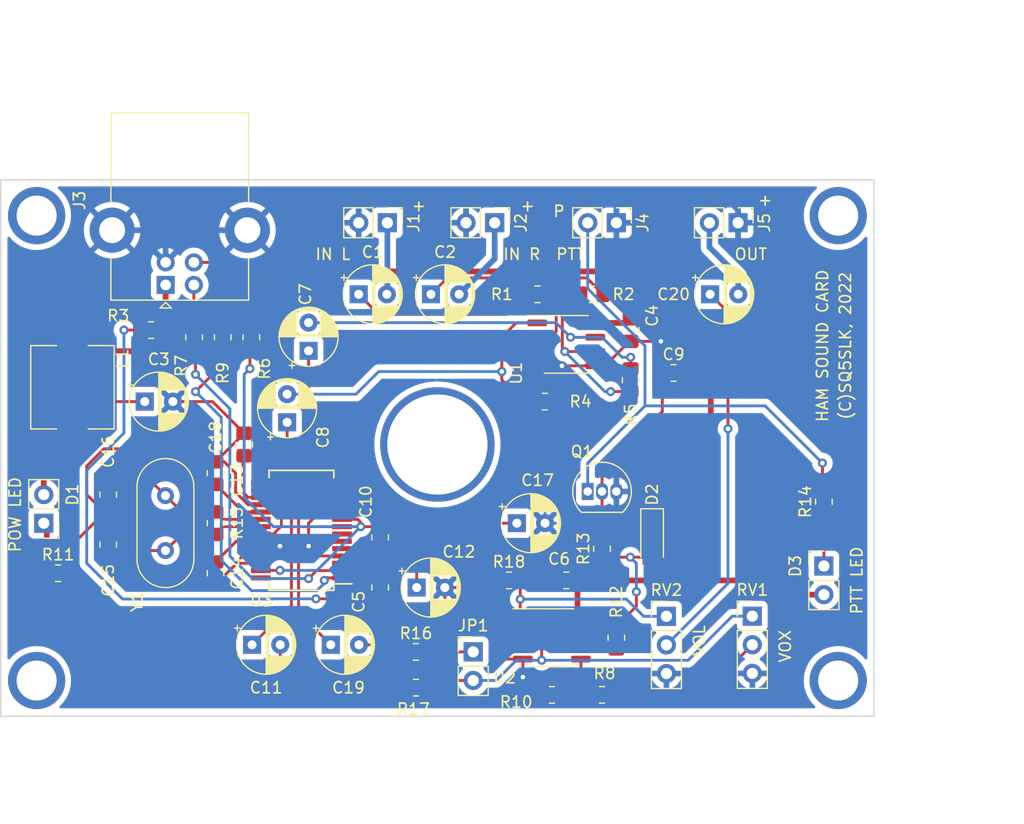
<source format=kicad_pcb>
(kicad_pcb (version 20211014) (generator pcbnew)
  (layers (0 "F.Cu" signal) (31 "B.Cu" signal) (34 "B.Paste" user) (35 "F.Paste" user) (36 "B.SilkS" user "B.Silkscreen") (37 "F.SilkS" user "F.Silkscreen") (38 "B.Mask" user) (39 "F.Mask" user) (44 "Edge.Cuts" user))
  (net 0 "")
  (net 1 "Net-(C1-Pad1)")
  (net 2 "Net-(C1-Pad2)")
  (net 3 "Net-(C2-Pad1)")
  (net 4 "Net-(C2-Pad2)")
  (net 5 "Net-(C3-Pad1)")
  (net 6 "GND")
  (net 7 "Net-(C5-Pad1)")
  (net 8 "Net-(C7-Pad1)")
  (net 9 "Net-(C7-Pad2)")
  (net 10 "Net-(C8-Pad1)")
  (net 11 "Net-(C8-Pad2)")
  (net 12 "Net-(C9-Pad1)")
  (net 13 "Net-(C10-Pad1)")
  (net 14 "Net-(C11-Pad1)")
  (net 15 "Net-(C11-Pad2)")
  (net 16 "Net-(C12-Pad1)")
  (net 17 "Net-(C13-Pad1)")
  (net 18 "Net-(C14-Pad1)")
  (net 19 "Net-(C15-Pad1)")
  (net 20 "Net-(C16-Pad1)")
  (net 21 "Net-(C17-Pad1)")
  (net 22 "Net-(C18-Pad1)")
  (net 23 "Net-(C19-Pad1)")
  (net 24 "Net-(C19-Pad2)")
  (net 25 "Net-(C20-Pad1)")
  (net 26 "Net-(C20-Pad2)")
  (net 27 "Net-(D1-Pad1)")
  (net 28 "Net-(D2-Pad2)")
  (net 29 "Net-(D3-Pad1)")
  (net 30 "Net-(J3-Pad1)")
  (net 31 "Net-(J3-Pad2)")
  (net 32 "Net-(J3-Pad3)")
  (net 33 "Net-(J4-Pad2)")
  (net 34 "Net-(JP1-Pad1)")
  (net 35 "Net-(JP1-Pad2)")
  (net 36 "Net-(R1-Pad2)")
  (net 37 "Net-(R2-Pad2)")
  (net 38 "Net-(R7-Pad2)")
  (net 39 "Net-(R8-Pad1)")
  (net 40 "Net-(R10-Pad2)")
  (net 41 "Net-(R9-Pad2)")
  (net 42 "Net-(R12-Pad2)")
  (net 43 "Net-(R18-Pad2)")
  (footprint "Capacitor_THT:CP_Radial_D5.0mm_P2.50mm" (layer "F.Cu") (at 128.969888 104.775)
    (fp_text reference "C11")
    (fp_text value "10u/16V")
  )
  (footprint "Inductor_SMD:L_7.3x7.3_H4.5" (layer "F.Cu") (at 113.03 81.915 -90)
    (fp_text reference "L1")
    (fp_text value "100uH")
  )
  (footprint "Resistor_SMD:R_0805_2012Metric_Pad1.20x1.40mm_HandSolder" (layer "F.Cu") (at 143.51 105.41)
    (fp_text reference "R16")
    (fp_text value "1k")
  )
  (footprint "Capacitor_THT:CP_Radial_D5.0mm_P2.50mm" (layer "F.Cu") (at 133.985 78.675112 90)
    (fp_text reference "C7")
    (fp_text value "10u/16V")
  )
  (footprint "Resistor_SMD:R_0805_2012Metric_Pad1.20x1.40mm_HandSolder" (layer "F.Cu") (at 116.205 95.885 90)
    (fp_text reference "C15")
    (fp_text value "33p")
  )
  (footprint "Connector_USB:USB_B_Lumberg_2411_02_Horizontal" (layer "F.Cu") (at 121.305 72.8275 90)
    (fp_text reference "J3")
    (fp_text value "USB_B")
  )
  (footprint "Capacitor_THT:CP_Radial_D5.0mm_P2.50mm" (layer "F.Cu") (at 135.954888 104.775)
    (fp_text reference "C19")
    (fp_text value "10u/16V")
  )
  (footprint "Resistor_SMD:R_0805_2012Metric_Pad1.20x1.40mm_HandSolder" (layer "F.Cu") (at 156.845 99.06 180)
    (fp_text reference "C6")
    (fp_text value "100n")
  )
  (footprint "Resistor_SMD:R_0805_2012Metric_Pad1.20x1.40mm_HandSolder" (layer "F.Cu") (at 116.205 91.44 -90)
    (fp_text reference "C16")
    (fp_text value "33p")
  )
  (footprint "Capacitor_THT:CP_Radial_D5.0mm_P2.50mm" (layer "F.Cu") (at 119.444888 83.185)
    (fp_text reference "C3")
    (fp_text value "10u/16V")
  )
  (footprint "Resistor_SMD:R_0805_2012Metric_Pad1.20x1.40mm_HandSolder" (layer "F.Cu") (at 160.02 96.25 90)
    (fp_text reference "R13")
    (fp_text value "1M")
  )
  (footprint "Diode_SMD:D_MiniMELF" (layer "F.Cu") (at 164.465 95.25 -90)
    (fp_text reference "D2")
    (fp_text value "LL4148")
  )
  (footprint "Connector_PinHeader_2.54mm:PinHeader_1x02_P2.54mm_Vertical" (layer "F.Cu") (at 179.705 97.785)
    (fp_text reference "D3")
    (fp_text value "PTT")
  )
  (footprint "Resistor_SMD:R_0805_2012Metric_Pad1.20x1.40mm_HandSolder" (layer "F.Cu") (at 161.29 104.14 -90)
    (fp_text reference "R12")
    (fp_text value "1M")
  )
  (footprint "Resistor_SMD:R_0805_2012Metric_Pad1.20x1.40mm_HandSolder" (layer "F.Cu") (at 155.575 109.22)
    (fp_text reference "R10")
    (fp_text value "10K")
  )
  (footprint "Connector_PinHeader_2.54mm:PinHeader_1x02_P2.54mm_Vertical" (layer "F.Cu") (at 150.495 67.31 -90)
    (fp_text reference "J2")
    (fp_text value "IN_R")
  )
  (footprint "Resistor_SMD:R_0805_2012Metric_Pad1.20x1.40mm_HandSolder" (layer "F.Cu") (at 123.825 77.47 -90)
    (fp_text reference "R7")
    (fp_text value "22")
  )
  (footprint "Resistor_SMD:R_0805_2012Metric_Pad1.20x1.40mm_HandSolder" (layer "F.Cu") (at 111.76 98.425)
    (fp_text reference "R11")
    (fp_text value "330")
  )
  (footprint "Connector_PinHeader_2.54mm:PinHeader_1x02_P2.54mm_Vertical" (layer "F.Cu") (at 148.59 105.405)
    (fp_text reference "JP1")
    (fp_text value "R_EN")
  )
  (footprint "Resistor_SMD:R_0805_2012Metric_Pad1.20x1.40mm_HandSolder" (layer "F.Cu") (at 120.015 76.835 180)
    (fp_text reference "R3")
    (fp_text value "2.2")
  )
  (footprint "Capacitor_THT:CP_Radial_D5.0mm_P2.50mm" (layer "F.Cu") (at 138.43 73.66)
    (fp_text reference "C1")
    (fp_text value "10u/16V")
  )
  (footprint "Resistor_SMD:R_0805_2012Metric_Pad1.20x1.40mm_HandSolder" (layer "F.Cu") (at 140.335 99.695 90)
    (fp_text reference "C5")
    (fp_text value "1u")
  )
  (footprint "Resistor_SMD:R_0805_2012Metric_Pad1.20x1.40mm_HandSolder" (layer "F.Cu") (at 160.02 109.22 180)
    (fp_text reference "R8")
    (fp_text value "470")
  )
  (footprint "Connector_PinHeader_2.54mm:PinHeader_1x02_P2.54mm_Vertical" (layer "F.Cu") (at 140.975 67.31 -90)
    (fp_text reference "J1")
    (fp_text value "IN_L")
  )
  (footprint "Capacitor_THT:CP_Radial_D5.0mm_P2.50mm" (layer "F.Cu") (at 143.574888 99.695)
    (fp_text reference "C12")
    (fp_text value "10u/16V")
  )
  (footprint "Package_SO:SO-8_3.9x4.9mm_P1.27mm" (layer "F.Cu") (at 156.845 78.105)
    (fp_text reference "U1")
    (fp_text value "LM358")
  )
  (footprint "Resistor_SMD:R_0805_2012Metric_Pad1.20x1.40mm_HandSolder" (layer "F.Cu") (at 140.335 95.25 -90)
    (fp_text reference "C10")
    (fp_text value "1u")
  )
  (footprint "Resistor_SMD:R_0805_2012Metric_Pad1.20x1.40mm_HandSolder" (layer "F.Cu") (at 154.94 83.185 180)
    (fp_text reference "R4")
    (fp_text value "10k")
  )
  (footprint "Capacitor_THT:CP_Radial_D5.0mm_P2.50mm" (layer "F.Cu") (at 169.609888 73.66)
    (fp_text reference "C20")
    (fp_text value "10u/16V")
  )
  (footprint "Package_TO_SOT_THT:TO-92_Inline" (layer "F.Cu") (at 158.75 91.165)
    (fp_text reference "Q1")
    (fp_text value "BS170")
  )
  (footprint "Resistor_SMD:R_0805_2012Metric_Pad1.20x1.40mm_HandSolder" (layer "F.Cu") (at 128.905 77.47 90)
    (fp_text reference "R6")
    (fp_text value "1.5k")
  )
  (footprint "Connector_PinHeader_2.54mm:PinHeader_1x03_P2.54mm_Vertical" (layer "F.Cu") (at 173.355 102.235)
    (fp_text reference "RV1")
    (fp_text value "10k")
  )
  (footprint "Resistor_SMD:R_0805_2012Metric_Pad1.20x1.40mm_HandSolder" (layer "F.Cu") (at 179.705 92.075 90)
    (fp_text reference "R14")
    (fp_text value "330")
  )
  (footprint "Connector_PinHeader_2.54mm:PinHeader_1x02_P2.54mm_Vertical" (layer "F.Cu") (at 110.49 93.985 180)
    (fp_text reference "D1")
    (fp_text value "POWER")
  )
  (footprint "Package_SO:SSOP-28_5.3x10.2mm_P0.65mm" (layer "F.Cu") (at 133.35 94.615 180)
    (fp_text reference "U3")
    (fp_text value "PCM2902")
  )
  (footprint "Capacitor_THT:CP_Radial_D5.0mm_P2.50mm" (layer "F.Cu") (at 132.08 85.025112 90)
    (fp_text reference "C8")
    (fp_text value "10u/16V")
  )
  (footprint "Resistor_SMD:R_0805_2012Metric_Pad1.20x1.40mm_HandSolder" (layer "F.Cu") (at 162.56 76.835 -90)
    (fp_text reference "C4")
    (fp_text value "100n")
  )
  (footprint "Resistor_SMD:R_0805_2012Metric_Pad1.20x1.40mm_HandSolder" (layer "F.Cu") (at 128.27 86.995 90)
    (fp_text reference "C13")
    (fp_text value "1u")
  )
  (footprint "Resistor_SMD:R_0805_2012Metric_Pad1.20x1.40mm_HandSolder" (layer "F.Cu") (at 125.73 89.535 90)
    (fp_text reference "C18")
    (fp_text value "1u")
  )
  (footprint "Capacitor_THT:CP_Radial_D5.0mm_P2.50mm" (layer "F.Cu") (at 152.464888 93.98)
    (fp_text reference "C17")
    (fp_text value "10u/16V")
  )
  (footprint "Connector_PinHeader_2.54mm:PinHeader_1x02_P2.54mm_Vertical" (layer "F.Cu") (at 161.295 67.31 -90)
    (fp_text reference "J4")
    (fp_text value "PTT")
  )
  (footprint "Resistor_SMD:R_0805_2012Metric_Pad1.20x1.40mm_HandSolder" (layer "F.Cu") (at 166.37 80.645)
    (fp_text reference "C9")
    (fp_text value "100n")
  )
  (footprint "Resistor_SMD:R_0805_2012Metric_Pad1.20x1.40mm_HandSolder" (layer "F.Cu") (at 151.765 99.06)
    (fp_text reference "R18")
    (fp_text value "10k")
  )
  (footprint "Crystal:Crystal_HC49-4H_Vertical" (layer "F.Cu") (at 121.285 91.53 -90)
    (fp_text reference "Y1")
    (fp_text value "12MHz")
  )
  (footprint "Capacitor_THT:CP_Radial_D5.0mm_P2.50mm" (layer "F.Cu") (at 144.844888 73.66)
    (fp_text reference "C2")
    (fp_text value "10u/16V")
  )
  (footprint "Resistor_SMD:R_0805_2012Metric_Pad1.20x1.40mm_HandSolder" (layer "F.Cu") (at 162.56 81.28 90)
    (fp_text reference "R5")
    (fp_text value "10k")
  )
  (footprint "Resistor_SMD:R_0805_2012Metric_Pad1.20x1.40mm_HandSolder" (layer "F.Cu") (at 143.51 108.585)
    (fp_text reference "R17")
    (fp_text value "1k")
  )
  (footprint "Package_SO:SO-8_3.9x4.9mm_P1.27mm" (layer "F.Cu") (at 155.575 104.14)
    (fp_text reference "U2")
    (fp_text value "LM358")
  )
  (footprint "Connector_PinHeader_2.54mm:PinHeader_1x02_P2.54mm_Vertical" (layer "F.Cu") (at 172.09 67.31 -90)
    (fp_text reference "J5")
    (fp_text value "OUT")
  )
  (footprint "Resistor_SMD:R_0805_2012Metric_Pad1.20x1.40mm_HandSolder" (layer "F.Cu") (at 154.305 73.66)
    (fp_text reference "R1")
    (fp_text value "1k")
  )
  (footprint "Resistor_SMD:R_0805_2012Metric_Pad1.20x1.40mm_HandSolder" (layer "F.Cu") (at 159.115 73.66 180)
    (fp_text reference "R2")
    (fp_text value "1k")
  )
  (footprint "Resistor_SMD:R_0805_2012Metric_Pad1.20x1.40mm_HandSolder" (layer "F.Cu") (at 125.73 98.425 -90)
    (fp_text reference "C14")
    (fp_text value "1u")
  )
  (footprint "Resistor_SMD:R_0805_2012Metric_Pad1.20x1.40mm_HandSolder" (layer "F.Cu") (at 125.73 93.98 90)
    (fp_text reference "R15")
    (fp_text value "1M")
  )
  (footprint "Connector_PinHeader_2.54mm:PinHeader_1x03_P2.54mm_Vertical" (layer "F.Cu") (at 165.735 102.25)
    (fp_text reference "RV2")
    (fp_text value "10k")
  )
  (footprint "Resistor_SMD:R_0805_2012Metric_Pad1.20x1.40mm_HandSolder" (layer "F.Cu") (at 126.365 77.47 -90)
    (fp_text reference "R9")
    (fp_text value "22")
  )
  (gr_line (start 106.68 111.125) (end 106.68 63.5) (layer "Edge.Cuts") (width 0.1))
  (gr_line (start 184.15 63.5) (end 184.15 111.125) (layer "Edge.Cuts") (width 0.1))
  (gr_line (start 184.15 111.125) (end 106.68 111.125) (layer "Edge.Cuts") (width 0.1))
  (gr_line (start 106.68 63.5) (end 184.15 63.5) (layer "Edge.Cuts") (width 0.1))
  (gr_text "VOX" (at 176.276 104.902 90) (layer "F.SilkS") (effects (font (size 1 1))))
  (gr_text "IN R" (at 152.908 70.104) (layer "F.SilkS") (effects (font (size 1 1))))
  (gr_text "+" (at 153.416 65.786) (layer "F.SilkS") (effects (font (size 1 1))))
  (gr_text "PTT LED" (at 182.626 99.06 90) (layer "F.SilkS") (effects (font (size 1 1))))
  (gr_text "PTT" (at 157.226 70.104) (layer "F.SilkS") (effects (font (size 1 1))))
  (gr_text "HAM SOUND CARD" (at 179.578 78.232 90) (layer "F.SilkS") (effects (font (size 1 1))))
  (gr_text "IN L" (at 136.144 70.104) (layer "F.SilkS") (effects (font (size 1 1))))
  (gr_text "(C)SQ5SLK, 2022" (at 181.61 78.232 90) (layer "F.SilkS") (effects (font (size 1 1))))
  (gr_text "+" (at 143.764 65.786) (layer "F.SilkS") (effects (font (size 1 1))))
  (gr_text "+" (at 174.498 65.278) (layer "F.SilkS") (effects (font (size 1 1))))
  (gr_text "VOL" (at 168.656 104.394 90) (layer "F.SilkS") (effects (font (size 1 1))))
  (gr_text "OUT" (at 173.228 70.104) (layer "F.SilkS") (effects (font (size 1 1))))
  (gr_text "POW LED" (at 107.95 93.218 90) (layer "F.SilkS") (effects (font (size 1 1))))
  (gr_text "P" (at 156.21 66.294) (layer "F.SilkS") (effects (font (size 1 1))))
  (via (at 180.975 66.675) (size 5.08) (drill 3.556) (layers "F.Cu" "B.Cu") (net 0))
  (via (at 109.855 66.675) (size 5.08) (drill 3.556) (layers "F.Cu" "B.Cu") (net 0))
  (via (at 180.975 107.95) (size 5.08) (drill 3.556) (layers "F.Cu" "B.Cu") (net 0))
  (via (at 145.415 86.995) (size 10.16) (drill 8.89) (layers "F.Cu" "B.Cu") (net 0))
  (via (at 109.855 107.95) (size 5.08) (drill 3.556) (layers "F.Cu" "B.Cu") (net 0))
  (segment (start 138.43 73.66) (end 140.208 75.438) (width 0.254) (layer "F.Cu") (net 1))
  (segment (start 140.208 75.438) (end 151.527 75.438) (width 0.254) (layer "F.Cu") (net 1))
  (segment (start 151.527 75.438) (end 153.305 73.66) (width 0.254) (layer "F.Cu") (net 1))
  (segment (start 140.975 73.615) (end 140.93 73.66) (width 0.508) (layer "B.Cu") (net 2))
  (segment (start 140.975 67.31) (end 140.975 73.615) (width 0.508) (layer "B.Cu") (net 2))
  (segment (start 146.295888 72.209) (end 144.844888 73.66) (width 0.254) (layer "F.Cu") (net 3))
  (segment (start 158.664 72.209) (end 146.295888 72.209) (width 0.254) (layer "F.Cu") (net 3))
  (segment (start 160.115 73.66) (end 158.664 72.209) (width 0.254) (layer "F.Cu") (net 3))
  (segment (start 150.495 70.509888) (end 147.344888 73.66) (width 0.508) (layer "B.Cu") (net 4))
  (segment (start 150.495 67.31) (end 150.495 70.509888) (width 0.508) (layer "B.Cu") (net 4))
  (segment (start 114.808 72.136) (end 117.094 72.136) (width 0.508) (layer "F.Cu") (net 5))
  (segment (start 162.56 72.898) (end 162.56 75.835) (width 0.508) (layer "F.Cu") (net 5))
  (segment (start 110.49 87.655) (end 113.03 85.115) (width 0.508) (layer "F.Cu") (net 5))
  (segment (start 177.033 100.325) (end 179.705 100.325) (width 0.508) (layer "F.Cu") (net 5))
  (segment (start 110.49 91.445) (end 110.49 87.655) (width 0.508) (layer "F.Cu") (net 5))
  (segment (start 117.094 72.136) (end 120.396 68.834) (width 0.508) (layer "F.Cu") (net 5))
  (segment (start 110.236 82.321) (end 110.236 76.708) (width 0.508) (layer "F.Cu") (net 5))
  (segment (start 127.762 71.628) (end 161.29 71.628) (width 0.508) (layer "F.Cu") (net 5))
  (segment (start 161.29 71.628) (end 162.56 72.898) (width 0.508) (layer "F.Cu") (net 5))
  (segment (start 113.03 85.115) (end 110.236 82.321) (width 0.508) (layer "F.Cu") (net 5))
  (segment (start 110.236 76.708) (end 114.808 72.136) (width 0.508) (layer "F.Cu") (net 5))
  (segment (start 114.96 83.185) (end 113.03 85.115) (width 0.254) (layer "F.Cu") (net 5))
  (segment (start 120.396 68.834) (end 124.968 68.834) (width 0.508) (layer "F.Cu") (net 5))
  (segment (start 157.845 99.06) (end 157.845 101.93) (width 0.508) (layer "F.Cu") (net 5))
  (segment (start 169.672 78.232) (end 169.672 99.06) (width 0.508) (layer "F.Cu") (net 5))
  (segment (start 167.275 75.835) (end 169.672 78.232) (width 0.508) (layer "F.Cu") (net 5))
  (segment (start 159.42 76.2) (end 162.195 76.2) (width 0.508) (layer "F.Cu") (net 5))
  (segment (start 175.768 99.06) (end 177.033 100.325) (width 0.508) (layer "F.Cu") (net 5))
  (segment (start 119.444888 83.185) (end 114.96 83.185) (width 0.254) (layer "F.Cu") (net 5))
  (segment (start 169.672 99.06) (end 175.768 99.06) (width 0.508) (layer "F.Cu") (net 5))
  (segment (start 162.56 75.835) (end 167.275 75.835) (width 0.508) (layer "F.Cu") (net 5))
  (segment (start 169.672 99.06) (end 157.845 99.06) (width 0.508) (layer "F.Cu") (net 5))
  (segment (start 162.195 76.2) (end 162.56 75.835) (width 0.508) (layer "F.Cu") (net 5))
  (segment (start 157.845 101.93) (end 158.15 102.235) (width 0.508) (layer "F.Cu") (net 5))
  (segment (start 124.968 68.834) (end 127.762 71.628) (width 0.508) (layer "F.Cu") (net 5))
  (segment (start 151.384 104.902) (end 151.511 104.775) (width 0.254) (layer "F.Cu") (net 6))
  (segment (start 154.575 109.22) (end 153 107.645) (width 0.254) (layer "F.Cu") (net 6))
  (segment (start 146.074888 99.695) (end 147.701 99.695) (width 0.254) (layer "F.Cu") (net 6))
  (segment (start 136.95 92.34) (end 135.625 92.34) (width 0.254) (layer "F.Cu") (net 6))
  (segment (start 127.615 97.54) (end 125.73 99.425) (width 0.254) (layer "F.Cu") (net 6))
  (segment (start 139.684 96.901) (end 140.335 96.25) (width 0.254) (layer "F.Cu") (net 6))
  (segment (start 131.217 96.24) (end 129.75 96.24) (width 0.254) (layer "F.Cu") (net 6))
  (segment (start 133.985 96.012) (end 134.863 96.89) (width 0.254) (layer "F.Cu") (net 6))
  (segment (start 125.46 83.185) (end 128.27 85.995) (width 0.254) (layer "F.Cu") (net 6))
  (segment (start 154.964888 93.98) (end 152.424888 96.52) (width 0.254) (layer "F.Cu") (net 6))
  (segment (start 127.508 91.227) (end 127.508 89.535) (width 0.254) (layer "F.Cu") (net 6))
  (segment (start 134.863 96.89) (end 136.95 96.89) (width 0.254) (layer "F.Cu") (net 6))
  (segment (start 141.986 101.346) (end 142.494 101.854) (width 0.254) (layer "F.Cu") (net 6))
  (segment (start 152.146 78.994) (end 152.4 78.74) (width 0.254) (layer "F.Cu") (net 6))
  (segment (start 129.75 97.54) (end 127.615 97.54) (width 0.254) (layer "F.Cu") (net 6))
  (segment (start 128.804 96.24) (end 127.615 97.429) (width 0.254) (layer "F.Cu") (net 6))
  (segment (start 154.964888 99.06) (end 152.424888 96.52) (width 0.254) (layer "F.Cu") (net 6))
  (segment (start 151.13 105.664) (end 151.13 105.156) (width 0.254) (layer "F.Cu") (net 6))
  (segment (start 126.508 88.535) (end 125.73 88.535) (width 0.254) (layer "F.Cu") (net 6))
  (segment (start 147.701 99.695) (end 151.384 103.378) (width 0.254) (layer "F.Cu") (net 6))
  (segment (start 141.986 99.314) (end 141.986 101.346) (width 0.254) (layer "F.Cu") (net 6))
  (segment (start 116.205 92.44) (end 115.3 92.44) (width 0.254) (layer "F.Cu") (net 6))
  (segment (start 130.9995 95.0605) (end 131.445 95.506) (width 0.254) (layer "F.Cu") (net 6))
  (segment (start 131.572 94.234) (end 131.572 92.71) (width 0.254) (layer "F.Cu") (net 6))
  (segment (start 130.9995 94.8065) (end 131.572 94.234) (width 0.254) (layer "F.Cu") (net 6))
  (segment (start 129.75 96.24) (end 128.804 96.24) (width 0.254) (layer "F.Cu") (net 6))
  (segment (start 133.985 93.98) (end 133.985 96.012) (width 0.254) (layer "F.Cu") (net 6))
  (segment (start 140.335 98.695) (end 141.367 98.695) (width 0.254) (layer "F.Cu") (net 6))
  (segment (start 135.625 92.34) (end 133.985 93.98) (width 0.254) (layer "F.Cu") (net 6))
  (segment (start 130.9995 95.0605) (end 130.9995 94.8065) (width 0.254) (layer "F.Cu") (net 6))
  (segment (start 116.205 92.44) (end 116.205 93.726) (width 0.254) (layer "F.Cu") (net 6))
  (segment (start 127.508 89.535) (end 126.508 88.535) (width 0.254) (layer "F.Cu") (net 6))
  (segment (start 128.621 92.34) (end 127.508 91.227) (width 0.254) (layer "F.Cu") (net 6))
  (segment (start 151.511 106.045) (end 151.13 105.664) (width 0.254) (layer "F.Cu") (net 6))
  (segment (start 121.944888 83.185) (end 125.46 83.185) (width 0.254) (layer "F.Cu") (net 6))
  (segment (start 162.56 77.835) (end 162.449 77.835) (width 0.254) (layer "F.Cu") (net 6))
  (segment (start 114.3 91.44) (end 114.3 88.9) (width 0.254) (layer "F.Cu") (net 6))
  (segment (start 162.449 77.835) (end 160.274 80.01) (width 0.254) (layer "F.Cu") (net 6))
  (segment (start 115.189 93.726) (end 116.205 93.726) (width 0.254) (layer "F.Cu") (net 6))
  (segment (start 151.511 104.775) (end 153 104.775) (width 0.254) (layer "F.Cu") (net 6))
  (segment (start 146.074888 101.829112) (end 146.074888 99.695) (width 0.254) (layer "F.Cu") (net 6))
  (segment (start 151.13 105.156) (end 151.384 104.902) (width 0.254) (layer "F.Cu") (net 6))
  (segment (start 128.27 85.995) (end 125.73 88.535) (width 0.254) (layer "F.Cu") (net 6))
  (segment (start 153 106.045) (end 151.511 106.045) (width 0.254) (layer "F.Cu") (net 6))
  (segment (start 114.3 88.9) (end 115.824 87.376) (width 0.254) (layer "F.Cu") (net 6))
  (segment (start 160.274 80.01) (end 159.42 80.01) (width 0.254) (layer "F.Cu") (net 6))
  (segment (start 131.202 92.34) (end 129.75 92.34) (width 0.254) (layer "F.Cu") (net 6))
  (segment (start 138.049 96.901) (end 139.684 96.901) (width 0.254) (layer "F.Cu") (net 6))
  (segment (start 167.37 79.74) (end 167.37 80.645) (width 0.254) (layer "F.Cu") (net 6))
  (segment (start 112.76 98.425) (end 112.76 96.155) (width 0.254) (layer "F.Cu") (net 6))
  (segment (start 155.845 99.06) (end 154.964888 99.06) (width 0.254) (layer "F.Cu") (net 6))
  (segment (start 124.571 87.376) (end 125.73 88.535) (width 0.254) (layer "F.Cu") (net 6))
  (segment (start 156.464 80.01) (end 154.27 80.01) (width 0.254) (layer "F.Cu") (net 6))
  (segment (start 115.824 87.376) (end 124.571 87.376) (width 0.254) (layer "F.Cu") (net 6))
  (segment (start 162.56 77.835) (end 165.243 77.835) (width 0.254) (layer "F.Cu") (net 6))
  (segment (start 142.494 101.854) (end 146.05 101.854) (width 0.254) (layer "F.Cu") (net 6))
  (segment (start 152.4 78.74) (end 154.27 78.74) (width 0.254) (layer "F.Cu") (net 6))
  (segment (start 129.75 92.34) (end 128.621 92.34) (width 0.254) (layer "F.Cu") (net 6))
  (segment (start 152.654 80.01) (end 152.146 79.502) (width 0.254) (layer "F.Cu") (net 6))
  (segment (start 152.146 79.502) (end 152.146 78.994) (width 0.254) (layer "F.Cu") (net 6))
  (segment (start 140.335 98.695) (end 140.335 96.25) (width 0.254) (layer "F.Cu") (net 6))
  (segment (start 165.243 77.835) (end 165.465 77.835) (width 0.254) (layer "F.Cu") (net 6))
  (segment (start 159.42 80.01) (end 156.464 80.01) (width 0.254) (layer "F.Cu") (net 6))
  (segment (start 127.615 97.429) (end 127.615 97.54) (width 0.254) (layer "F.Cu") (net 6))
  (segment (start 151.384 103.378) (end 151.384 104.902) (width 0.254) (layer "F.Cu") (net 6))
  (segment (start 131.445 95.506) (end 131.445 96.012) (width 0.254) (layer "F.Cu") (net 6))
  (segment (start 146.05 101.854) (end 146.074888 101.829112) (width 0.254) (layer "F.Cu") (net 6))
  (segment (start 129.75 94.94) (end 130.879 94.94) (width 0.254) (layer "F.Cu") (net 6))
  (segment (start 153 107.645) (end 153 106.045) (width 0.254) (layer "F.Cu") (net 6))
  (segment (start 116.205 93.726) (end 116.205 94.885) (width 0.254) (layer "F.Cu") (net 6))
  (segment (start 149.249888 96.52) (end 146.074888 99.695) (width 0.254) (layer "F.Cu") (net 6))
  (segment (start 141.367 98.695) (end 141.986 99.314) (width 0.254) (layer "F.Cu") (net 6))
  (segment (start 112.76 96.155) (end 115.189 93.726) (width 0.254) (layer "F.Cu") (net 6))
  (segment (start 152.424888 96.52) (end 149.249888 96.52) (width 0.254) (layer "F.Cu") (net 6))
  (segment (start 165.465 77.835) (end 167.37 79.74) (width 0.254) (layer "F.Cu") (net 6))
  (segment (start 131.572 92.71) (end 131.202 92.34) (width 0.254) (layer "F.Cu") (net 6))
  (segment (start 130.879 94.94) (end 130.9995 95.0605) (width 0.254) (layer "F.Cu") (net 6))
  (segment (start 115.3 92.44) (end 114.3 91.44) (width 0.254) (layer "F.Cu") (net 6))
  (segment (start 154.27 80.01) (end 152.654 80.01) (width 0.254) (layer "F.Cu") (net 6))
  (segment (start 131.445 96.012) (end 131.217 96.24) (width 0.254) (layer "F.Cu") (net 6))
  (segment (start 138.038 96.89) (end 138.049 96.901) (width 0.254) (layer "F.Cu") (net 6))
  (segment (start 136.95 96.89) (end 138.038 96.89) (width 0.254) (layer "F.Cu") (net 6))
  (via (at 133.985 96.012) (size 0.8) (drill 0.4) (layers "F.Cu" "B.Cu") (net 6))
  (via (at 153 107.645) (size 0.8) (drill 0.4) (layers "F.Cu" "B.Cu") (net 6))
  (via (at 156.464 80.01) (size 0.8) (drill 0.4) (layers "F.Cu" "B.Cu") (net 6))
  (via (at 131.445 96.012) (size 0.8) (drill 0.4) (layers "F.Cu" "B.Cu") (net 6))
  (via (at 165.243 77.835) (size 0.8) (drill 0.4) (layers "F.Cu" "B.Cu") (net 6))
  (segment (start 161.295 67.31) (end 161.295 65.283) (width 0.508) (layer "B.Cu") (net 6))
  (segment (start 121.305 68.01) (end 121.2625 67.9675) (width 0.508) (layer "B.Cu") (net 6))
  (segment (start 121.305 70.8275) (end 121.305 68.01) (width 0.508) (layer "B.Cu") (net 6))
  (segment (start 153.315 107.33) (end 153 107.645) (width 0.254) (layer "B.Cu") (net 6))
  (segment (start 156.464 80.01) (end 154.964888 81.509112) (width 0.254) (layer "B.Cu") (net 6))
  (segment (start 161.29 91.165) (end 161.29 92.71) (width 0.254) (layer "B.Cu") (net 6))
  (segment (start 148.082 65.024) (end 138.684 65.024) (width 0.508) (layer "B.Cu") (net 6))
  (segment (start 138.435 65.273) (end 138.684 65.024) (width 0.508) (layer "B.Cu") (net 6))
  (segment (start 116.555 67.9675) (end 121.2625 67.9675) (width 0.508) (layer "B.Cu") (net 6))
  (segment (start 161.29 92.71) (end 160.02 93.98) (width 0.254) (layer "B.Cu") (net 6))
  (segment (start 172.09 67.31) (end 172.09 66.172) (width 0.508) (layer "B.Cu") (net 6))
  (segment (start 165.75 107.315) (end 165.735 107.33) (width 0.254) (layer "B.Cu") (net 6))
  (segment (start 161.295 67.31) (end 161.295 71.633) (width 0.508) (layer "B.Cu") (net 6))
  (segment (start 170.942 65.024) (end 161.036 65.024) (width 0.508) (layer "B.Cu") (net 6))
  (segment (start 147.955 65.151) (end 148.082 65.024) (width 0.508) (layer "B.Cu") (net 6))
  (segment (start 138.684 65.024) (end 131.4985 65.024) (width 0.508) (layer "B.Cu") (net 6))
  (segment (start 172.09 66.172) (end 170.942 65.024) (width 0.508) (layer "B.Cu") (net 6))
  (segment (start 138.435 67.31) (end 138.435 65.273) (width 0.508) (layer "B.Cu") (net 6))
  (segment (start 131.4985 65.024) (end 128.555 67.9675) (width 0.508) (layer "B.Cu") (net 6))
  (segment (start 161.036 65.024) (end 148.082 65.024) (width 0.508) (layer "B.Cu") (net 6))
  (segment (start 165.243 75.581) (end 165.243 77.835) (width 0.508) (layer "B.Cu") (net 6))
  (segment (start 173.355 107.315) (end 165.75 107.315) (width 0.254) (layer "B.Cu") (net 6))
  (segment (start 121.2625 67.9675) (end 128.555 67.9675) (width 0.508) (layer "B.Cu") (net 6))
  (segment (start 161.295 65.283) (end 161.036 65.024) (width 0.508) (layer "B.Cu") (net 6))
  (segment (start 160.02 93.98) (end 154.964888 93.98) (width 0.254) (layer "B.Cu") (net 6))
  (segment (start 161.295 71.633) (end 165.243 75.581) (width 0.508) (layer "B.Cu") (net 6))
  (segment (start 131.445 96.012) (end 133.985 96.012) (width 0.254) (layer "B.Cu") (net 6))
  (segment (start 165.735 107.33) (end 153.315 107.33) (width 0.254) (layer "B.Cu") (net 6))
  (segment (start 147.955 67.31) (end 147.955 65.151) (width 0.508) (layer "B.Cu") (net 6))
  (segment (start 154.964888 81.509112) (end 154.964888 93.98) (width 0.254) (layer "B.Cu") (net 6))
  (segment (start 140.335 100.695) (end 134.636 100.695) (width 0.254) (layer "F.Cu") (net 7))
  (segment (start 117.602 76.835) (end 119.015 76.835) (width 0.254) (layer "F.Cu") (net 7))
  (segment (start 139.557 100.695) (end 140.335 100.695) (width 0.254) (layer "F.Cu") (net 7))
  (segment (start 136.95 97.54) (end 138.053 97.54) (width 0.254) (layer "F.Cu") (net 7))
  (segment (start 138.053 97.54) (end 138.938 98.425) (width 0.254) (layer "F.Cu") (net 7))
  (segment (start 138.938 98.425) (end 138.938 100.076) (width 0.254) (layer "F.Cu") (net 7))
  (segment (start 138.938 100.076) (end 139.557 100.695) (width 0.254) (layer "F.Cu") (net 7))
  (via (at 134.636 100.695) (size 0.8) (drill 0.4) (layers "F.Cu" "B.Cu") (net 7))
  (via (at 117.602 76.835) (size 0.8) (drill 0.4) (layers "F.Cu" "B.Cu") (net 7))
  (segment (start 134.636 100.695) (end 130.795888 100.695) (width 0.254) (layer "B.Cu") (net 7))
  (segment (start 117.475 100.711) (end 114.3 97.536) (width 0.254) (layer "B.Cu") (net 7))
  (segment (start 114.3 89.281) (end 117.602 85.979) (width 0.254) (layer "B.Cu") (net 7))
  (segment (start 114.3 97.536) (end 114.3 89.281) (width 0.254) (layer "B.Cu") (net 7))
  (segment (start 117.602 85.979) (end 117.602 76.835) (width 0.254) (layer "B.Cu") (net 7))
  (segment (start 130.779888 100.711) (end 117.475 100.711) (width 0.254) (layer "B.Cu") (net 7))
  (segment (start 130.795888 100.695) (end 130.779888 100.711) (width 0.254) (layer "B.Cu") (net 7))
  (segment (start 136.95 91.04) (end 135.821 91.04) (width 0.254) (layer "F.Cu") (net 8))
  (segment (start 135.821 91.04) (end 133.985 89.204) (width 0.254) (layer "F.Cu") (net 8))
  (segment (start 133.985 89.204) (end 133.985 78.675112) (width 0.254) (layer "F.Cu") (net 8))
  (segment (start 162.56 79.248) (end 162.56 80.28) (width 0.254) (layer "F.Cu") (net 9))
  (segment (start 159.42 77.47) (end 157.226 77.47) (width 0.254) (layer "F.Cu") (net 9))
  (via (at 162.56 79.248) (size 0.8) (drill 0.4) (layers "F.Cu" "B.Cu") (net 9))
  (via (at 157.226 77.47) (size 0.8) (drill 0.4) (layers "F.Cu" "B.Cu") (net 9))
  (segment (start 157.226 77.47) (end 155.931112 76.175112) (width 0.254) (layer "B.Cu") (net 9))
  (segment (start 161.798 79.248) (end 162.56 79.248) (width 0.254) (layer "B.Cu") (net 9))
  (segment (start 155.931112 76.175112) (end 133.985 76.175112) (width 0.254) (layer "B.Cu") (net 9))
  (segment (start 157.226 77.47) (end 160.02 77.47) (width 0.254) (layer "B.Cu") (net 9))
  (segment (start 160.02 77.47) (end 161.798 79.248) (width 0.254) (layer "B.Cu") (net 9))
  (segment (start 132.08 89.154) (end 132.08 85.025112) (width 0.254) (layer "F.Cu") (net 10))
  (segment (start 134.616 91.69) (end 132.08 89.154) (width 0.254) (layer "F.Cu") (net 10))
  (segment (start 136.95 91.69) (end 134.616 91.69) (width 0.254) (layer "F.Cu") (net 10))
  (segment (start 151.13 81.28) (end 153.035 83.185) (width 0.254) (layer "F.Cu") (net 11))
  (segment (start 154.27 76.2) (end 152.4 76.2) (width 0.254) (layer "F.Cu") (net 11))
  (segment (start 152.4 76.2) (end 151.13 77.47) (width 0.254) (layer "F.Cu") (net 11))
  (segment (start 151.13 77.47) (end 151.13 80.518) (width 0.254) (layer "F.Cu") (net 11))
  (segment (start 153.035 83.185) (end 153.94 83.185) (width 0.254) (layer "F.Cu") (net 11))
  (segment (start 151.13 80.518) (end 151.13 81.28) (width 0.254) (layer "F.Cu") (net 11))
  (via (at 151.13 80.518) (size 0.8) (drill 0.4) (layers "F.Cu" "B.Cu") (net 11))
  (segment (start 140.208 80.518) (end 151.13 80.518) (width 0.254) (layer "B.Cu") (net 11))
  (segment (start 138.200888 82.525112) (end 140.208 80.518) (width 0.254) (layer "B.Cu") (net 11))
  (segment (start 132.08 82.525112) (end 138.200888 82.525112) (width 0.254) (layer "B.Cu") (net 11))
  (segment (start 161.77 93.5) (end 164.465 93.5) (width 0.254) (layer "F.Cu") (net 12))
  (segment (start 160.02 95.25) (end 161.77 93.5) (width 0.254) (layer "F.Cu") (net 12))
  (segment (start 160.02 89.408) (end 160.02 91.165) (width 0.254) (layer "F.Cu") (net 12))
  (segment (start 165.37 80.645) (end 165.37 84.058) (width 0.254) (layer "F.Cu") (net 12))
  (segment (start 160.02 91.165) (end 160.02 95.25) (width 0.254) (layer "F.Cu") (net 12))
  (segment (start 165.37 84.058) (end 160.02 89.408) (width 0.254) (layer "F.Cu") (net 12))
  (segment (start 131.445 98.171) (end 129.769 98.171) (width 0.254) (layer "F.Cu") (net 13))
  (segment (start 138.613 93.909) (end 138.613 94.29) (width 0.254) (layer "F.Cu") (net 13))
  (segment (start 138.613 94.29) (end 136.95 94.29) (width 0.254) (layer "F.Cu") (net 13))
  (segment (start 128.778 80.264) (end 128.778 78.597) (width 0.254) (layer "F.Cu") (net 13))
  (segment (start 138.344 93.64) (end 138.613 93.909) (width 0.254) (layer "F.Cu") (net 13))
  (segment (start 136.95 93.64) (end 138.344 93.64) (width 0.254) (layer "F.Cu") (net 13))
  (segment (start 140.335 94.25) (end 140.295 94.29) (width 0.254) (layer "F.Cu") (net 13))
  (segment (start 140.295 94.29) (end 138.613 94.29) (width 0.254) (layer "F.Cu") (net 13))
  (segment (start 129.769 98.171) (end 129.75 98.19) (width 0.254) (layer "F.Cu") (net 13))
  (segment (start 128.778 78.597) (end 128.905 78.47) (width 0.254) (layer "F.Cu") (net 13))
  (via (at 138.613 94.29) (size 0.8) (drill 0.4) (layers "F.Cu" "B.Cu") (net 13))
  (via (at 128.778 80.264) (size 0.8) (drill 0.4) (layers "F.Cu" "B.Cu") (net 13))
  (via (at 131.445 98.171) (size 0.8) (drill 0.4) (layers "F.Cu" "B.Cu") (net 13))
  (segment (start 134.732 98.171) (end 131.445 98.171) (width 0.254) (layer "B.Cu") (net 13))
  (segment (start 128.27 80.772) (end 128.778 80.264) (width 0.254) (layer "B.Cu") (net 13))
  (segment (start 130.866 94.29) (end 128.27 91.694) (width 0.254) (layer "B.Cu") (net 13))
  (segment (start 138.613 94.29) (end 130.866 94.29) (width 0.254) (layer "B.Cu") (net 13))
  (segment (start 138.613 94.29) (end 134.732 98.171) (width 0.254) (layer "B.Cu") (net 13))
  (segment (start 128.27 91.694) (end 128.27 80.772) (width 0.254) (layer "B.Cu") (net 13))
  (segment (start 130.879 91.04) (end 132.461 92.622) (width 0.254) (layer "F.Cu") (net 14))
  (segment (start 129.75 91.04) (end 130.879 91.04) (width 0.254) (layer "F.Cu") (net 14))
  (segment (start 132.461 92.622) (end 132.461 101.283888) (width 0.254) (layer "F.Cu") (net 14))
  (segment (start 132.461 101.283888) (end 128.969888 104.775) (width 0.254) (layer "F.Cu") (net 14))
  (segment (start 133.985 108.585) (end 131.469888 106.069888) (width 0.254) (layer "F.Cu") (net 15))
  (segment (start 142.51 108.585) (end 133.985 108.585) (width 0.254) (layer "F.Cu") (net 15))
  (segment (start 131.469888 106.069888) (end 131.469888 104.775) (width 0.254) (layer "F.Cu") (net 15))
  (segment (start 141.66 92.892) (end 143.574888 94.806888) (width 0.254) (layer "F.Cu") (net 16))
  (segment (start 136.978 92.892) (end 141.66 92.892) (width 0.254) (layer "F.Cu") (net 16))
  (segment (start 136.95 92.92) (end 136.978 92.892) (width 0.254) (layer "F.Cu") (net 16))
  (segment (start 143.574888 94.806888) (end 143.574888 99.695) (width 0.254) (layer "F.Cu") (net 16))
  (segment (start 136.95 92.99) (end 136.95 92.92) (width 0.254) (layer "F.Cu") (net 16))
  (segment (start 129.75 91.69) (end 128.621 91.69) (width 0.254) (layer "F.Cu") (net 17))
  (segment (start 128.143 91.212) (end 128.143 88.122) (width 0.254) (layer "F.Cu") (net 17))
  (segment (start 128.621 91.69) (end 128.143 91.212) (width 0.254) (layer "F.Cu") (net 17))
  (segment (start 128.143 88.122) (end 128.27 87.995) (width 0.254) (layer "F.Cu") (net 17))
  (segment (start 129.75 95.59) (end 127.565 95.59) (width 0.254) (layer "F.Cu") (net 18))
  (segment (start 127.565 95.59) (end 125.73 97.425) (width 0.254) (layer "F.Cu") (net 18))
  (segment (start 126.42 94.29) (end 125.73 94.98) (width 0.254) (layer "F.Cu") (net 19))
  (segment (start 121.285 96.41) (end 116.68 96.41) (width 0.254) (layer "F.Cu") (net 19))
  (segment (start 122.715 94.98) (end 121.285 96.41) (width 0.254) (layer "F.Cu") (net 19))
  (segment (start 129.75 94.29) (end 126.42 94.29) (width 0.254) (layer "F.Cu") (net 19))
  (segment (start 125.73 94.98) (end 122.715 94.98) (width 0.254) (layer "F.Cu") (net 19))
  (segment (start 116.68 96.41) (end 116.205 96.885) (width 0.254) (layer "F.Cu") (net 19))
  (segment (start 121.285 91.53) (end 120.195 90.44) (width 0.254) (layer "F.Cu") (net 20))
  (segment (start 129.75 93.64) (end 126.39 93.64) (width 0.254) (layer "F.Cu") (net 20))
  (segment (start 122.735 92.98) (end 121.285 91.53) (width 0.254) (layer "F.Cu") (net 20))
  (segment (start 126.39 93.64) (end 125.73 92.98) (width 0.254) (layer "F.Cu") (net 20))
  (segment (start 125.73 92.98) (end 122.735 92.98) (width 0.254) (layer "F.Cu") (net 20))
  (segment (start 120.195 90.44) (end 116.205 90.44) (width 0.254) (layer "F.Cu") (net 20))
  (segment (start 136.95 90.39) (end 140.174 90.39) (width 0.254) (layer "F.Cu") (net 21))
  (segment (start 143.764 93.98) (end 152.464888 93.98) (width 0.254) (layer "F.Cu") (net 21))
  (segment (start 140.174 90.39) (end 143.764 93.98) (width 0.254) (layer "F.Cu") (net 21))
  (segment (start 128.185 92.99) (end 125.73 90.535) (width 0.254) (layer "F.Cu") (net 22))
  (segment (start 129.75 92.99) (end 128.185 92.99) (width 0.254) (layer "F.Cu") (net 22))
  (segment (start 133.096 101.916112) (end 135.954888 104.775) (width 0.254) (layer "F.Cu") (net 23))
  (segment (start 131.411 90.39) (end 133.096 92.075) (width 0.254) (layer "F.Cu") (net 23))
  (segment (start 133.096 92.075) (end 133.096 101.916112) (width 0.254) (layer "F.Cu") (net 23))
  (segment (start 129.75 90.39) (end 131.411 90.39) (width 0.254) (layer "F.Cu") (net 23))
  (segment (start 142.51 105.41) (end 141.875 104.775) (width 0.254) (layer "F.Cu") (net 24))
  (segment (start 141.875 104.775) (end 138.454888 104.775) (width 0.254) (layer "F.Cu") (net 24))
  (segment (start 171.196 85.598) (end 171.196 75.246112) (width 0.254) (layer "F.Cu") (net 25))
  (segment (start 171.196 75.246112) (end 169.609888 73.66) (width 0.254) (layer "F.Cu") (net 25))
  (via (at 171.196 85.598) (size 0.8) (drill 0.4) (layers "F.Cu" "B.Cu") (net 25))
  (segment (start 165.735 104.79) (end 168.91 101.615) (width 0.254) (layer "B.Cu") (net 25))
  (segment (start 168.91 101.615) (end 171.196 99.329) (width 0.254) (layer "B.Cu") (net 25))
  (segment (start 171.196 99.329) (end 171.196 85.598) (width 0.254) (layer "B.Cu") (net 25))
  (segment (start 169.55 67.31) (end 169.55 69.474) (width 0.508) (layer "B.Cu") (net 26))
  (segment (start 169.55 69.474) (end 172.109888 72.033888) (width 0.508) (layer "B.Cu") (net 26))
  (segment (start 172.109888 72.033888) (end 172.109888 73.66) (width 0.508) (layer "B.Cu") (net 26))
  (segment (start 110.76 98.425) (end 110.76 94.255) (width 0.508) (layer "F.Cu") (net 27))
  (segment (start 110.76 94.255) (end 110.49 93.985) (width 0.508) (layer "F.Cu") (net 27))
  (segment (start 163.068 101.362) (end 161.29 103.14) (width 0.254) (layer "F.Cu") (net 28))
  (segment (start 163.068 100.076) (end 163.068 101.362) (width 0.254) (layer "F.Cu") (net 28))
  (segment (start 160.925 103.505) (end 161.29 103.14) (width 0.254) (layer "F.Cu") (net 28))
  (segment (start 164.465 97) (end 160.27 97) (width 0.254) (layer "F.Cu") (net 28))
  (segment (start 158.15 103.505) (end 160.925 103.505) (width 0.254) (layer "F.Cu") (net 28))
  (segment (start 160.27 97) (end 160.02 97.25) (width 0.254) (layer "F.Cu") (net 28))
  (via (at 163.068 100.076) (size 0.8) (drill 0.4) (layers "F.Cu" "B.Cu") (net 28))
  (via (at 162.532 97) (size 0.8) (drill 0.4) (layers "F.Cu" "B.Cu") (net 28))
  (segment (start 162.532 97) (end 163.068 97.536) (width 0.254) (layer "B.Cu") (net 28))
  (segment (start 163.068 97.536) (end 163.068 100.076) (width 0.254) (layer "B.Cu") (net 28))
  (segment (start 179.705 93.075) (end 179.705 97.785) (width 0.254) (layer "F.Cu") (net 29))
  (segment (start 121.015 77.994) (end 121.015 76.835) (width 0.508) (layer "F.Cu") (net 30))
  (segment (start 121.305 76.545) (end 121.015 76.835) (width 0.508) (layer "F.Cu") (net 30))
  (segment (start 113.03 78.715) (end 120.294 78.715) (width 0.508) (layer "F.Cu") (net 30))
  (segment (start 121.305 72.8275) (end 121.305 76.545) (width 0.508) (layer "F.Cu") (net 30))
  (segment (start 120.294 78.715) (end 121.015 77.994) (width 0.508) (layer "F.Cu") (net 30))
  (segment (start 123.805 72.8275) (end 123.805 76.45) (width 0.254) (layer "F.Cu") (net 31))
  (segment (start 123.805 76.45) (end 123.825 76.47) (width 0.254) (layer "F.Cu") (net 31))
  (segment (start 126.365 71.882) (end 126.365 76.47) (width 0.254) (layer "F.Cu") (net 32))
  (segment (start 123.805 70.8275) (end 125.3105 70.8275) (width 0.254) (layer "F.Cu") (net 32))
  (segment (start 128.905 76.47) (end 126.365 76.47) (width 0.254) (layer "F.Cu") (net 32))
  (segment (start 125.3105 70.8275) (end 126.365 71.882) (width 0.254) (layer "F.Cu") (net 32))
  (segment (start 179.578 90.948) (end 179.705 91.075) (width 0.254) (layer "F.Cu") (net 33))
  (segment (start 179.578 88.646) (end 179.578 90.948) (width 0.254) (layer "F.Cu") (net 33))
  (via (at 179.578 88.646) (size 0.8) (drill 0.4) (layers "F.Cu" "B.Cu") (net 33))
  (segment (start 174.498 83.566) (end 179.578 88.646) (width 0.254) (layer "B.Cu") (net 33))
  (segment (start 163.83 83.566) (end 174.498 83.566) (width 0.254) (layer "B.Cu") (net 33))
  (segment (start 163.83 83.566) (end 158.75 88.646) (width 0.254) (layer "B.Cu") (net 33))
  (segment (start 158.755 67.31) (end 158.755 73.157) (width 0.254) (layer "B.Cu") (net 33))
  (segment (start 158.75 88.646) (end 158.75 91.165) (width 0.254) (layer "B.Cu") (net 33))
  (segment (start 163.83 78.232) (end 163.83 83.566) (width 0.254) (layer "B.Cu") (net 33))
  (segment (start 158.755 73.157) (end 163.83 78.232) (width 0.254) (layer "B.Cu") (net 33))
  (segment (start 148.59 105.405) (end 144.515 105.405) (width 0.254) (layer "F.Cu") (net 34))
  (segment (start 144.515 105.405) (end 144.51 105.41) (width 0.254) (layer "F.Cu") (net 34))
  (segment (start 148.59 107.945) (end 145.15 107.945) (width 0.254) (layer "F.Cu") (net 35))
  (segment (start 154.667 106.153) (end 154.667 104.375) (width 0.254) (layer "F.Cu") (net 35))
  (segment (start 150.765 99.06) (end 150.765 101.743) (width 0.254) (layer "F.Cu") (net 35))
  (segment (start 145.15 107.945) (end 144.51 108.585) (width 0.254) (layer "F.Cu") (net 35))
  (segment (start 150.765 101.743) (end 152.527 103.505) (width 0.254) (layer "F.Cu") (net 35))
  (segment (start 153.797 103.505) (end 153 103.505) (width 0.254) (layer "F.Cu") (net 35))
  (segment (start 152.527 103.505) (end 153 103.505) (width 0.254) (layer "F.Cu") (net 35))
  (segment (start 154.667 104.375) (end 153.797 103.505) (width 0.254) (layer "F.Cu") (net 35))
  (via (at 154.667 106.153) (size 0.8) (drill 0.4) (layers "F.Cu" "B.Cu") (net 35))
  (segment (start 173.355 102.235) (end 171.577 102.235) (width 0.254) (layer "B.Cu") (net 35))
  (segment (start 167.659 106.153) (end 152.419 106.153) (width 0.254) (layer "B.Cu") (net 35))
  (segment (start 171.577 102.235) (end 167.659 106.153) (width 0.254) (layer "B.Cu") (net 35))
  (segment (start 152.419 106.153) (end 150.627 107.945) (width 0.254) (layer "B.Cu") (net 35))
  (segment (start 150.627 107.945) (end 148.59 107.945) (width 0.254) (layer "B.Cu") (net 35))
  (segment (start 155.94 82.788) (end 153.924 80.772) (width 0.254) (layer "F.Cu") (net 36))
  (segment (start 154.27 77.47) (end 155.448 77.47) (width 0.254) (layer "F.Cu") (net 36))
  (segment (start 155.94 83.185) (end 155.94 82.788) (width 0.254) (layer "F.Cu") (net 36))
  (segment (start 155.956 76.962) (end 155.956 74.311) (width 0.254) (layer "F.Cu") (net 36))
  (segment (start 153.924 80.772) (end 152.773948 80.772) (width 0.254) (layer "F.Cu") (net 36))
  (segment (start 155.448 77.47) (end 155.956 76.962) (width 0.254) (layer "F.Cu") (net 36))
  (segment (start 152.146 77.47) (end 154.27 77.47) (width 0.254) (layer "F.Cu") (net 36))
  (segment (start 155.956 74.311) (end 155.305 73.66) (width 0.254) (layer "F.Cu") (net 36))
  (segment (start 151.584 79.582052) (end 151.584 78.032) (width 0.254) (layer "F.Cu") (net 36))
  (segment (start 152.773948 80.772) (end 151.584 79.582052) (width 0.254) (layer "F.Cu") (net 36))
  (segment (start 151.584 78.032) (end 152.146 77.47) (width 0.254) (layer "F.Cu") (net 36))
  (segment (start 156.499 78.521) (end 156.499 75.276) (width 0.254) (layer "F.Cu") (net 37))
  (segment (start 160.782 82.296) (end 162.544 82.296) (width 0.254) (layer "F.Cu") (net 37))
  (segment (start 159.42 78.74) (end 156.718 78.74) (width 0.254) (layer "F.Cu") (net 37))
  (segment (start 162.544 82.296) (end 162.56 82.28) (width 0.254) (layer "F.Cu") (net 37))
  (segment (start 156.499 75.276) (end 158.115 73.66) (width 0.254) (layer "F.Cu") (net 37))
  (segment (start 156.718 78.74) (end 156.499 78.521) (width 0.254) (layer "F.Cu") (net 37))
  (via (at 160.782 82.296) (size 0.8) (drill 0.4) (layers "F.Cu" "B.Cu") (net 37))
  (via (at 156.718 78.74) (size 0.8) (drill 0.4) (layers "F.Cu" "B.Cu") (net 37))
  (segment (start 156.718 78.74) (end 160.274 82.296) (width 0.254) (layer "B.Cu") (net 37))
  (segment (start 160.274 82.296) (end 160.782 82.296) (width 0.254) (layer "B.Cu") (net 37))
  (segment (start 136.95 98.19) (end 134.6925 98.19) (width 0.254) (layer "F.Cu") (net 38))
  (segment (start 134.6925 98.19) (end 133.985 98.8975) (width 0.254) (layer "F.Cu") (net 38))
  (segment (start 123.952 80.772) (end 123.952 78.597) (width 0.254) (layer "F.Cu") (net 38))
  (segment (start 123.952 78.597) (end 123.825 78.47) (width 0.254) (layer "F.Cu") (net 38))
  (via (at 133.985 98.8975) (size 0.8) (drill 0.4) (layers "F.Cu" "B.Cu") (net 38))
  (via (at 123.952 80.772) (size 0.8) (drill 0.4) (layers "F.Cu" "B.Cu") (net 38))
  (segment (start 127.254 97.155) (end 127 96.901) (width 0.254) (layer "B.Cu") (net 38))
  (segment (start 133.985 98.8975) (end 128.9965 98.8975) (width 0.254) (layer "B.Cu") (net 38))
  (segment (start 127 84.074) (end 127 83.82) (width 0.254) (layer "B.Cu") (net 38))
  (segment (start 127 96.901) (end 127 86.106) (width 0.254) (layer "B.Cu") (net 38))
  (segment (start 127.762 97.663) (end 127.254 97.155) (width 0.254) (layer "B.Cu") (net 38))
  (segment (start 127 86.106) (end 127 84.074) (width 0.254) (layer "B.Cu") (net 38))
  (segment (start 127 83.82) (end 123.952 80.772) (width 0.254) (layer "B.Cu") (net 38))
  (segment (start 128.9965 98.8975) (end 127.762 97.663) (width 0.254) (layer "B.Cu") (net 38))
  (segment (start 168.91 109.22) (end 173.355 104.775) (width 0.254) (layer "F.Cu") (net 39))
  (segment (start 161.02 109.22) (end 168.91 109.22) (width 0.254) (layer "F.Cu") (net 39))
  (segment (start 158.242 109.22) (end 159.02 109.22) (width 0.254) (layer "F.Cu") (net 40))
  (segment (start 158.15 109.128) (end 158.242 109.22) (width 0.254) (layer "F.Cu") (net 40))
  (segment (start 158.15 106.045) (end 158.15 109.128) (width 0.254) (layer "F.Cu") (net 40))
  (segment (start 156.575 109.22) (end 158.242 109.22) (width 0.254) (layer "F.Cu") (net 40))
  (segment (start 126.365 78.47) (end 126.365 79.883) (width 0.254) (layer "F.Cu") (net 41))
  (segment (start 126.365 79.883) (end 123.952 82.296) (width 0.254) (layer "F.Cu") (net 41))
  (segment (start 135.636 98.806) (end 135.67 98.84) (width 0.254) (layer "F.Cu") (net 41))
  (segment (start 135.67 98.84) (end 136.95 98.84) (width 0.254) (layer "F.Cu") (net 41))
  (segment (start 135.382 99.06) (end 135.636 98.806) (width 0.254) (layer "F.Cu") (net 41))
  (via (at 135.382 99.06) (size 0.8) (drill 0.4) (layers "F.Cu" "B.Cu") (net 41))
  (via (at 123.952 82.296) (size 0.8) (drill 0.4) (layers "F.Cu" "B.Cu") (net 41))
  (segment (start 126.238 97.282) (end 128.924 99.968) (width 0.254) (layer "B.Cu") (net 41))
  (segment (start 135.382 99.314) (end 135.382 99.06) (width 0.254) (layer "B.Cu") (net 41))
  (segment (start 128.924 99.968) (end 134.728 99.968) (width 0.254) (layer "B.Cu") (net 41))
  (segment (start 123.952 82.296) (end 125.73 84.074) (width 0.254) (layer "B.Cu") (net 41))
  (segment (start 134.728 99.968) (end 135.382 99.314) (width 0.254) (layer "B.Cu") (net 41))
  (segment (start 125.73 84.074) (end 126.238 84.582) (width 0.254) (layer "B.Cu") (net 41))
  (segment (start 126.238 84.582) (end 126.238 97.282) (width 0.254) (layer "B.Cu") (net 41))
  (segment (start 160.925 104.775) (end 161.29 105.14) (width 0.254) (layer "F.Cu") (net 42))
  (segment (start 158.15 104.775) (end 160.925 104.775) (width 0.254) (layer "F.Cu") (net 42))
  (segment (start 152.765 99.06) (end 152.765 102) (width 0.254) (layer "F.Cu") (net 43))
  (segment (start 152.765 102) (end 153 102.235) (width 0.254) (layer "F.Cu") (net 43))
  (via (at 152.765 100.727) (size 0.8) (drill 0.4) (layers "F.Cu" "B.Cu") (net 43))
  (segment (start 163.718 102.25) (end 165.735 102.25) (width 0.254) (layer "B.Cu") (net 43))
  (segment (start 162.195 100.727) (end 163.718 102.25) (width 0.254) (layer "B.Cu") (net 43))
  (segment (start 152.765 100.727) (end 162.195 100.727) (width 0.254) (layer "B.Cu") (net 43))
  (zone (net 6) (net_name "GND") (layer "B.Cu") (connect_pads (clearance 0.508)) (min_thickness 0.254) (fill yes (thermal_gap 0.508) (thermal_bridge_width 0.508))
    (polygon (pts (xy 184.15 110.998) (xy 106.68 110.998) (xy 106.68 63.5) (xy 184.15 63.5)))
  )
)
</source>
